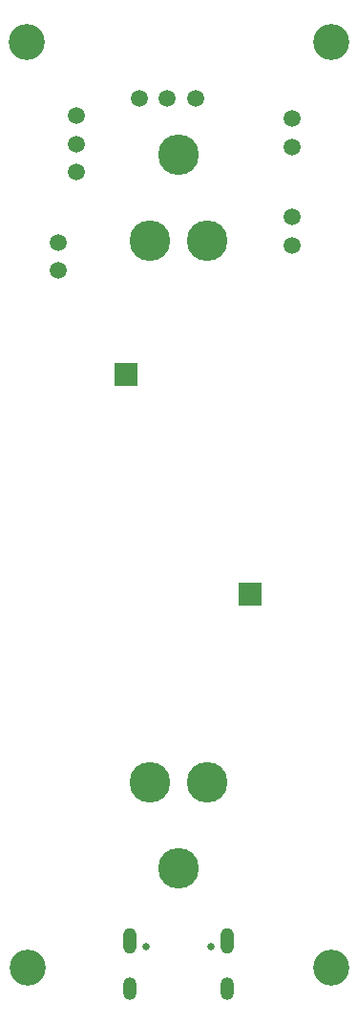
<source format=gbs>
G04 #@! TF.GenerationSoftware,KiCad,Pcbnew,7.0.2*
G04 #@! TF.CreationDate,2024-01-31T20:37:37-08:00*
G04 #@! TF.ProjectId,Lightsaber,4c696768-7473-4616-9265-722e6b696361,rev?*
G04 #@! TF.SameCoordinates,Original*
G04 #@! TF.FileFunction,Soldermask,Bot*
G04 #@! TF.FilePolarity,Negative*
%FSLAX46Y46*%
G04 Gerber Fmt 4.6, Leading zero omitted, Abs format (unit mm)*
G04 Created by KiCad (PCBNEW 7.0.2) date 2024-01-31 20:37:37*
%MOMM*%
%LPD*%
G01*
G04 APERTURE LIST*
%ADD10C,3.200000*%
%ADD11C,1.498600*%
%ADD12C,0.660400*%
%ADD13O,1.200000X2.000000*%
%ADD14O,1.200000X2.300000*%
%ADD15R,2.000000X2.000000*%
%ADD16C,3.600000*%
G04 APERTURE END LIST*
D10*
X4000000Y-124000000D03*
X31000000Y-206000000D03*
D11*
X27553000Y-133274999D03*
X27553000Y-130775001D03*
X13999878Y-128946900D03*
X16500000Y-128946900D03*
X19000122Y-128946900D03*
D12*
X14610000Y-204168800D03*
X20390000Y-204168800D03*
D13*
X13179998Y-207848800D03*
X21820002Y-207848800D03*
D14*
X13179998Y-203668801D03*
X21820002Y-203668801D03*
D11*
X27553000Y-141999998D03*
X27553000Y-139500000D03*
D10*
X4066400Y-206000000D03*
X31000000Y-124000000D03*
D15*
X23800000Y-172950000D03*
D11*
X6828500Y-141725001D03*
X6828500Y-144224999D03*
X8446900Y-135500122D03*
X8446900Y-133000000D03*
X8446900Y-130499878D03*
D15*
X12800000Y-153400000D03*
D16*
X20040000Y-189620000D03*
X17500000Y-197240000D03*
X14960000Y-189620000D03*
X14960000Y-141620000D03*
X17500000Y-134000000D03*
X20040000Y-141620000D03*
M02*

</source>
